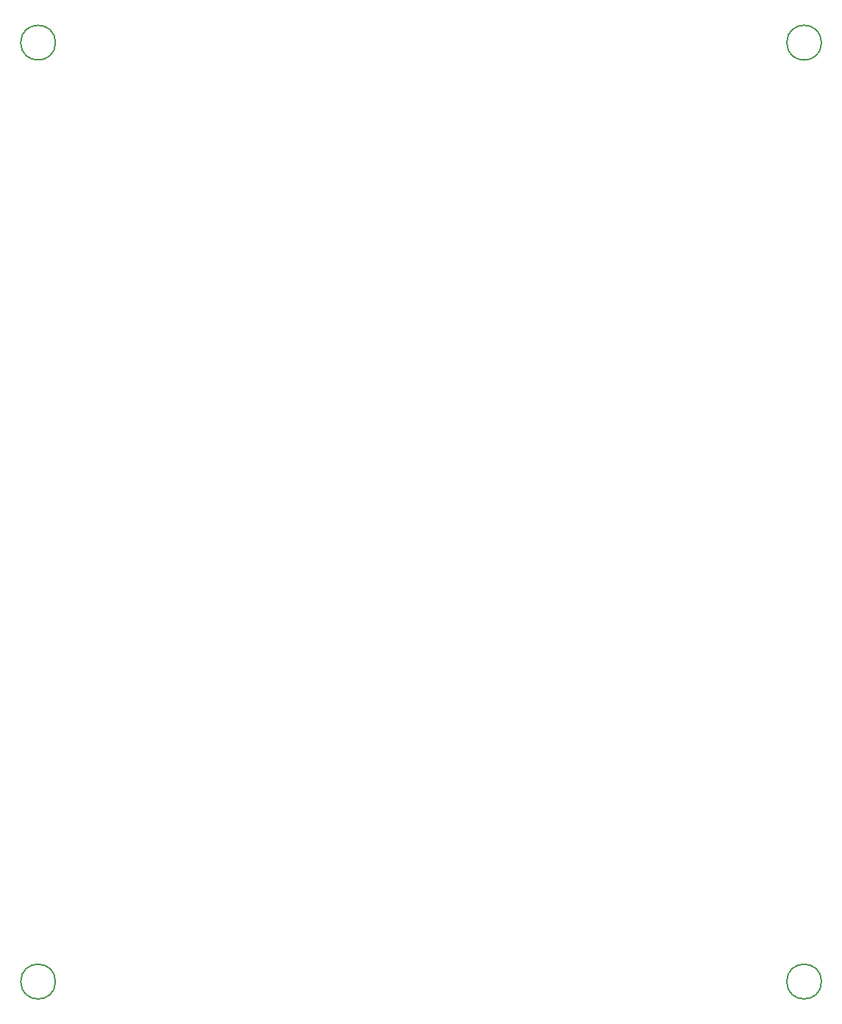
<source format=gbr>
%TF.GenerationSoftware,KiCad,Pcbnew,8.0.4*%
%TF.CreationDate,2024-12-12T16:30:21+01:00*%
%TF.ProjectId,Combined_Module_Panel,436f6d62-696e-4656-945f-4d6f64756c65,rev?*%
%TF.SameCoordinates,Original*%
%TF.FileFunction,Other,Comment*%
%FSLAX46Y46*%
G04 Gerber Fmt 4.6, Leading zero omitted, Abs format (unit mm)*
G04 Created by KiCad (PCBNEW 8.0.4) date 2024-12-12 16:30:21*
%MOMM*%
%LPD*%
G01*
G04 APERTURE LIST*
%ADD10C,0.150000*%
G04 APERTURE END LIST*
D10*
%TO.C,REF\u002A\u002A*%
X178754162Y-149575000D02*
G75*
G02*
X174754162Y-149575000I-2000000J0D01*
G01*
X174754162Y-149575000D02*
G75*
G02*
X178754162Y-149575000I2000000J0D01*
G01*
X90557000Y-149575000D02*
G75*
G02*
X86557000Y-149575000I-2000000J0D01*
G01*
X86557000Y-149575000D02*
G75*
G02*
X90557000Y-149575000I2000000J0D01*
G01*
X178754162Y-41586000D02*
G75*
G02*
X174754162Y-41586000I-2000000J0D01*
G01*
X174754162Y-41586000D02*
G75*
G02*
X178754162Y-41586000I2000000J0D01*
G01*
X90557000Y-41586000D02*
G75*
G02*
X86557000Y-41586000I-2000000J0D01*
G01*
X86557000Y-41586000D02*
G75*
G02*
X90557000Y-41586000I2000000J0D01*
G01*
%TD*%
M02*

</source>
